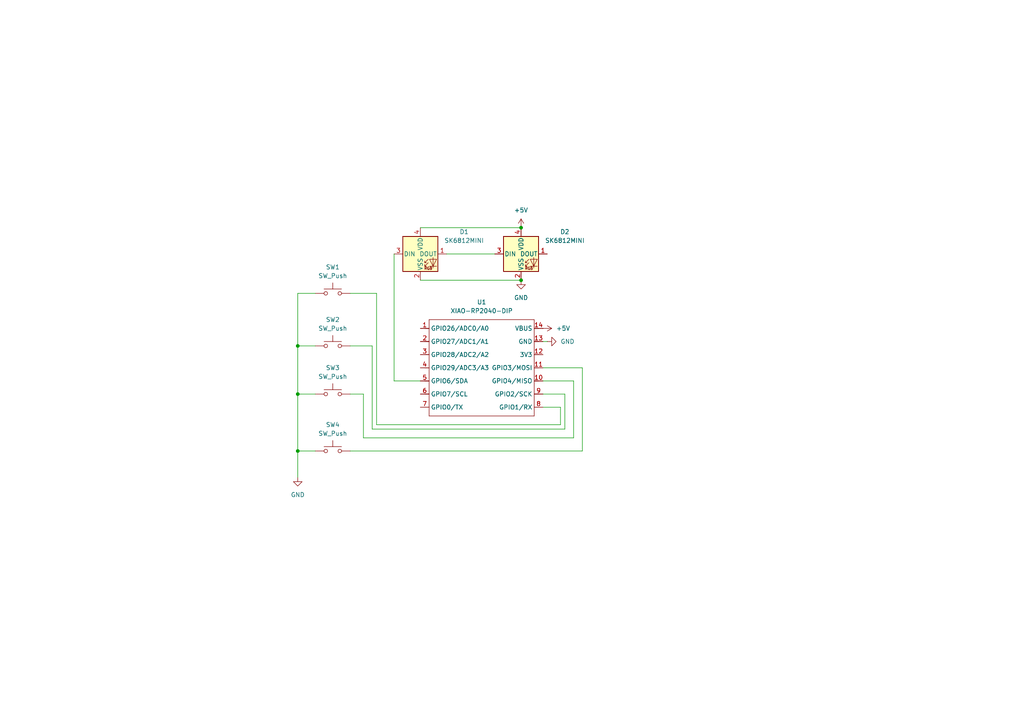
<source format=kicad_sch>
(kicad_sch
	(version 20250114)
	(generator "eeschema")
	(generator_version "9.0")
	(uuid "d8c5a6a5-0c1b-4557-ab5a-60de0dfdf830")
	(paper "A4")
	(lib_symbols
		(symbol "LED:SK6812MINI"
			(pin_names
				(offset 0.254)
			)
			(exclude_from_sim no)
			(in_bom yes)
			(on_board yes)
			(property "Reference" "D"
				(at 5.08 5.715 0)
				(effects
					(font
						(size 1.27 1.27)
					)
					(justify right bottom)
				)
			)
			(property "Value" "SK6812MINI"
				(at 1.27 -5.715 0)
				(effects
					(font
						(size 1.27 1.27)
					)
					(justify left top)
				)
			)
			(property "Footprint" "LED_SMD:LED_SK6812MINI_PLCC4_3.5x3.5mm_P1.75mm"
				(at 1.27 -7.62 0)
				(effects
					(font
						(size 1.27 1.27)
					)
					(justify left top)
					(hide yes)
				)
			)
			(property "Datasheet" "https://cdn-shop.adafruit.com/product-files/2686/SK6812MINI_REV.01-1-2.pdf"
				(at 2.54 -9.525 0)
				(effects
					(font
						(size 1.27 1.27)
					)
					(justify left top)
					(hide yes)
				)
			)
			(property "Description" "RGB LED with integrated controller"
				(at 0 0 0)
				(effects
					(font
						(size 1.27 1.27)
					)
					(hide yes)
				)
			)
			(property "ki_keywords" "RGB LED NeoPixel Mini addressable"
				(at 0 0 0)
				(effects
					(font
						(size 1.27 1.27)
					)
					(hide yes)
				)
			)
			(property "ki_fp_filters" "LED*SK6812MINI*PLCC*3.5x3.5mm*P1.75mm*"
				(at 0 0 0)
				(effects
					(font
						(size 1.27 1.27)
					)
					(hide yes)
				)
			)
			(symbol "SK6812MINI_0_0"
				(text "RGB"
					(at 2.286 -4.191 0)
					(effects
						(font
							(size 0.762 0.762)
						)
					)
				)
			)
			(symbol "SK6812MINI_0_1"
				(polyline
					(pts
						(xy 1.27 -2.54) (xy 1.778 -2.54)
					)
					(stroke
						(width 0)
						(type default)
					)
					(fill
						(type none)
					)
				)
				(polyline
					(pts
						(xy 1.27 -3.556) (xy 1.778 -3.556)
					)
					(stroke
						(width 0)
						(type default)
					)
					(fill
						(type none)
					)
				)
				(polyline
					(pts
						(xy 2.286 -1.524) (xy 1.27 -2.54) (xy 1.27 -2.032)
					)
					(stroke
						(width 0)
						(type default)
					)
					(fill
						(type none)
					)
				)
				(polyline
					(pts
						(xy 2.286 -2.54) (xy 1.27 -3.556) (xy 1.27 -3.048)
					)
					(stroke
						(width 0)
						(type default)
					)
					(fill
						(type none)
					)
				)
				(polyline
					(pts
						(xy 3.683 -1.016) (xy 3.683 -3.556) (xy 3.683 -4.064)
					)
					(stroke
						(width 0)
						(type default)
					)
					(fill
						(type none)
					)
				)
				(polyline
					(pts
						(xy 4.699 -1.524) (xy 2.667 -1.524) (xy 3.683 -3.556) (xy 4.699 -1.524)
					)
					(stroke
						(width 0)
						(type default)
					)
					(fill
						(type none)
					)
				)
				(polyline
					(pts
						(xy 4.699 -3.556) (xy 2.667 -3.556)
					)
					(stroke
						(width 0)
						(type default)
					)
					(fill
						(type none)
					)
				)
				(rectangle
					(start 5.08 5.08)
					(end -5.08 -5.08)
					(stroke
						(width 0.254)
						(type default)
					)
					(fill
						(type background)
					)
				)
			)
			(symbol "SK6812MINI_1_1"
				(pin input line
					(at -7.62 0 0)
					(length 2.54)
					(name "DIN"
						(effects
							(font
								(size 1.27 1.27)
							)
						)
					)
					(number "3"
						(effects
							(font
								(size 1.27 1.27)
							)
						)
					)
				)
				(pin power_in line
					(at 0 7.62 270)
					(length 2.54)
					(name "VDD"
						(effects
							(font
								(size 1.27 1.27)
							)
						)
					)
					(number "4"
						(effects
							(font
								(size 1.27 1.27)
							)
						)
					)
				)
				(pin power_in line
					(at 0 -7.62 90)
					(length 2.54)
					(name "VSS"
						(effects
							(font
								(size 1.27 1.27)
							)
						)
					)
					(number "2"
						(effects
							(font
								(size 1.27 1.27)
							)
						)
					)
				)
				(pin output line
					(at 7.62 0 180)
					(length 2.54)
					(name "DOUT"
						(effects
							(font
								(size 1.27 1.27)
							)
						)
					)
					(number "1"
						(effects
							(font
								(size 1.27 1.27)
							)
						)
					)
				)
			)
			(embedded_fonts no)
		)
		(symbol "OPL:XIAO-RP2040-DIP"
			(exclude_from_sim no)
			(in_bom yes)
			(on_board yes)
			(property "Reference" "U"
				(at 0 0 0)
				(effects
					(font
						(size 1.27 1.27)
					)
				)
			)
			(property "Value" "XIAO-RP2040-DIP"
				(at 5.334 -1.778 0)
				(effects
					(font
						(size 1.27 1.27)
					)
				)
			)
			(property "Footprint" "Module:MOUDLE14P-XIAO-DIP-SMD"
				(at 14.478 -32.258 0)
				(effects
					(font
						(size 1.27 1.27)
					)
					(hide yes)
				)
			)
			(property "Datasheet" ""
				(at 0 0 0)
				(effects
					(font
						(size 1.27 1.27)
					)
					(hide yes)
				)
			)
			(property "Description" ""
				(at 0 0 0)
				(effects
					(font
						(size 1.27 1.27)
					)
					(hide yes)
				)
			)
			(symbol "XIAO-RP2040-DIP_1_0"
				(polyline
					(pts
						(xy -1.27 -2.54) (xy 29.21 -2.54)
					)
					(stroke
						(width 0.1524)
						(type solid)
					)
					(fill
						(type none)
					)
				)
				(polyline
					(pts
						(xy -1.27 -5.08) (xy -2.54 -5.08)
					)
					(stroke
						(width 0.1524)
						(type solid)
					)
					(fill
						(type none)
					)
				)
				(polyline
					(pts
						(xy -1.27 -5.08) (xy -1.27 -2.54)
					)
					(stroke
						(width 0.1524)
						(type solid)
					)
					(fill
						(type none)
					)
				)
				(polyline
					(pts
						(xy -1.27 -8.89) (xy -2.54 -8.89)
					)
					(stroke
						(width 0.1524)
						(type solid)
					)
					(fill
						(type none)
					)
				)
				(polyline
					(pts
						(xy -1.27 -8.89) (xy -1.27 -5.08)
					)
					(stroke
						(width 0.1524)
						(type solid)
					)
					(fill
						(type none)
					)
				)
				(polyline
					(pts
						(xy -1.27 -12.7) (xy -2.54 -12.7)
					)
					(stroke
						(width 0.1524)
						(type solid)
					)
					(fill
						(type none)
					)
				)
				(polyline
					(pts
						(xy -1.27 -12.7) (xy -1.27 -8.89)
					)
					(stroke
						(width 0.1524)
						(type solid)
					)
					(fill
						(type none)
					)
				)
				(polyline
					(pts
						(xy -1.27 -16.51) (xy -2.54 -16.51)
					)
					(stroke
						(width 0.1524)
						(type solid)
					)
					(fill
						(type none)
					)
				)
				(polyline
					(pts
						(xy -1.27 -16.51) (xy -1.27 -12.7)
					)
					(stroke
						(width 0.1524)
						(type solid)
					)
					(fill
						(type none)
					)
				)
				(polyline
					(pts
						(xy -1.27 -20.32) (xy -2.54 -20.32)
					)
					(stroke
						(width 0.1524)
						(type solid)
					)
					(fill
						(type none)
					)
				)
				(polyline
					(pts
						(xy -1.27 -24.13) (xy -2.54 -24.13)
					)
					(stroke
						(width 0.1524)
						(type solid)
					)
					(fill
						(type none)
					)
				)
				(polyline
					(pts
						(xy -1.27 -27.94) (xy -2.54 -27.94)
					)
					(stroke
						(width 0.1524)
						(type solid)
					)
					(fill
						(type none)
					)
				)
				(polyline
					(pts
						(xy -1.27 -30.48) (xy -1.27 -16.51)
					)
					(stroke
						(width 0.1524)
						(type solid)
					)
					(fill
						(type none)
					)
				)
				(polyline
					(pts
						(xy 29.21 -2.54) (xy 29.21 -5.08)
					)
					(stroke
						(width 0.1524)
						(type solid)
					)
					(fill
						(type none)
					)
				)
				(polyline
					(pts
						(xy 29.21 -5.08) (xy 29.21 -8.89)
					)
					(stroke
						(width 0.1524)
						(type solid)
					)
					(fill
						(type none)
					)
				)
				(polyline
					(pts
						(xy 29.21 -8.89) (xy 29.21 -12.7)
					)
					(stroke
						(width 0.1524)
						(type solid)
					)
					(fill
						(type none)
					)
				)
				(polyline
					(pts
						(xy 29.21 -12.7) (xy 29.21 -30.48)
					)
					(stroke
						(width 0.1524)
						(type solid)
					)
					(fill
						(type none)
					)
				)
				(polyline
					(pts
						(xy 29.21 -30.48) (xy -1.27 -30.48)
					)
					(stroke
						(width 0.1524)
						(type solid)
					)
					(fill
						(type none)
					)
				)
				(polyline
					(pts
						(xy 30.48 -5.08) (xy 29.21 -5.08)
					)
					(stroke
						(width 0.1524)
						(type solid)
					)
					(fill
						(type none)
					)
				)
				(polyline
					(pts
						(xy 30.48 -8.89) (xy 29.21 -8.89)
					)
					(stroke
						(width 0.1524)
						(type solid)
					)
					(fill
						(type none)
					)
				)
				(polyline
					(pts
						(xy 30.48 -12.7) (xy 29.21 -12.7)
					)
					(stroke
						(width 0.1524)
						(type solid)
					)
					(fill
						(type none)
					)
				)
				(polyline
					(pts
						(xy 30.48 -16.51) (xy 29.21 -16.51)
					)
					(stroke
						(width 0.1524)
						(type solid)
					)
					(fill
						(type none)
					)
				)
				(polyline
					(pts
						(xy 30.48 -20.32) (xy 29.21 -20.32)
					)
					(stroke
						(width 0.1524)
						(type solid)
					)
					(fill
						(type none)
					)
				)
				(polyline
					(pts
						(xy 30.48 -24.13) (xy 29.21 -24.13)
					)
					(stroke
						(width 0.1524)
						(type solid)
					)
					(fill
						(type none)
					)
				)
				(polyline
					(pts
						(xy 30.48 -27.94) (xy 29.21 -27.94)
					)
					(stroke
						(width 0.1524)
						(type solid)
					)
					(fill
						(type none)
					)
				)
				(pin passive line
					(at -3.81 -5.08 0)
					(length 2.54)
					(name "GPIO26/ADC0/A0"
						(effects
							(font
								(size 1.27 1.27)
							)
						)
					)
					(number "1"
						(effects
							(font
								(size 1.27 1.27)
							)
						)
					)
				)
				(pin passive line
					(at -3.81 -8.89 0)
					(length 2.54)
					(name "GPIO27/ADC1/A1"
						(effects
							(font
								(size 1.27 1.27)
							)
						)
					)
					(number "2"
						(effects
							(font
								(size 1.27 1.27)
							)
						)
					)
				)
				(pin passive line
					(at -3.81 -12.7 0)
					(length 2.54)
					(name "GPIO28/ADC2/A2"
						(effects
							(font
								(size 1.27 1.27)
							)
						)
					)
					(number "3"
						(effects
							(font
								(size 1.27 1.27)
							)
						)
					)
				)
				(pin passive line
					(at -3.81 -16.51 0)
					(length 2.54)
					(name "GPIO29/ADC3/A3"
						(effects
							(font
								(size 1.27 1.27)
							)
						)
					)
					(number "4"
						(effects
							(font
								(size 1.27 1.27)
							)
						)
					)
				)
				(pin passive line
					(at -3.81 -20.32 0)
					(length 2.54)
					(name "GPIO6/SDA"
						(effects
							(font
								(size 1.27 1.27)
							)
						)
					)
					(number "5"
						(effects
							(font
								(size 1.27 1.27)
							)
						)
					)
				)
				(pin passive line
					(at -3.81 -24.13 0)
					(length 2.54)
					(name "GPIO7/SCL"
						(effects
							(font
								(size 1.27 1.27)
							)
						)
					)
					(number "6"
						(effects
							(font
								(size 1.27 1.27)
							)
						)
					)
				)
				(pin passive line
					(at -3.81 -27.94 0)
					(length 2.54)
					(name "GPIO0/TX"
						(effects
							(font
								(size 1.27 1.27)
							)
						)
					)
					(number "7"
						(effects
							(font
								(size 1.27 1.27)
							)
						)
					)
				)
				(pin passive line
					(at 31.75 -5.08 180)
					(length 2.54)
					(name "VBUS"
						(effects
							(font
								(size 1.27 1.27)
							)
						)
					)
					(number "14"
						(effects
							(font
								(size 1.27 1.27)
							)
						)
					)
				)
				(pin passive line
					(at 31.75 -8.89 180)
					(length 2.54)
					(name "GND"
						(effects
							(font
								(size 1.27 1.27)
							)
						)
					)
					(number "13"
						(effects
							(font
								(size 1.27 1.27)
							)
						)
					)
				)
				(pin passive line
					(at 31.75 -12.7 180)
					(length 2.54)
					(name "3V3"
						(effects
							(font
								(size 1.27 1.27)
							)
						)
					)
					(number "12"
						(effects
							(font
								(size 1.27 1.27)
							)
						)
					)
				)
				(pin passive line
					(at 31.75 -16.51 180)
					(length 2.54)
					(name "GPIO3/MOSI"
						(effects
							(font
								(size 1.27 1.27)
							)
						)
					)
					(number "11"
						(effects
							(font
								(size 1.27 1.27)
							)
						)
					)
				)
				(pin passive line
					(at 31.75 -20.32 180)
					(length 2.54)
					(name "GPIO4/MISO"
						(effects
							(font
								(size 1.27 1.27)
							)
						)
					)
					(number "10"
						(effects
							(font
								(size 1.27 1.27)
							)
						)
					)
				)
				(pin passive line
					(at 31.75 -24.13 180)
					(length 2.54)
					(name "GPIO2/SCK"
						(effects
							(font
								(size 1.27 1.27)
							)
						)
					)
					(number "9"
						(effects
							(font
								(size 1.27 1.27)
							)
						)
					)
				)
				(pin passive line
					(at 31.75 -27.94 180)
					(length 2.54)
					(name "GPIO1/RX"
						(effects
							(font
								(size 1.27 1.27)
							)
						)
					)
					(number "8"
						(effects
							(font
								(size 1.27 1.27)
							)
						)
					)
				)
			)
			(embedded_fonts no)
		)
		(symbol "Switch:SW_Push"
			(pin_numbers
				(hide yes)
			)
			(pin_names
				(offset 1.016)
				(hide yes)
			)
			(exclude_from_sim no)
			(in_bom yes)
			(on_board yes)
			(property "Reference" "SW"
				(at 1.27 2.54 0)
				(effects
					(font
						(size 1.27 1.27)
					)
					(justify left)
				)
			)
			(property "Value" "SW_Push"
				(at 0 -1.524 0)
				(effects
					(font
						(size 1.27 1.27)
					)
				)
			)
			(property "Footprint" ""
				(at 0 5.08 0)
				(effects
					(font
						(size 1.27 1.27)
					)
					(hide yes)
				)
			)
			(property "Datasheet" "~"
				(at 0 5.08 0)
				(effects
					(font
						(size 1.27 1.27)
					)
					(hide yes)
				)
			)
			(property "Description" "Push button switch, generic, two pins"
				(at 0 0 0)
				(effects
					(font
						(size 1.27 1.27)
					)
					(hide yes)
				)
			)
			(property "ki_keywords" "switch normally-open pushbutton push-button"
				(at 0 0 0)
				(effects
					(font
						(size 1.27 1.27)
					)
					(hide yes)
				)
			)
			(symbol "SW_Push_0_1"
				(circle
					(center -2.032 0)
					(radius 0.508)
					(stroke
						(width 0)
						(type default)
					)
					(fill
						(type none)
					)
				)
				(polyline
					(pts
						(xy 0 1.27) (xy 0 3.048)
					)
					(stroke
						(width 0)
						(type default)
					)
					(fill
						(type none)
					)
				)
				(circle
					(center 2.032 0)
					(radius 0.508)
					(stroke
						(width 0)
						(type default)
					)
					(fill
						(type none)
					)
				)
				(polyline
					(pts
						(xy 2.54 1.27) (xy -2.54 1.27)
					)
					(stroke
						(width 0)
						(type default)
					)
					(fill
						(type none)
					)
				)
				(pin passive line
					(at -5.08 0 0)
					(length 2.54)
					(name "1"
						(effects
							(font
								(size 1.27 1.27)
							)
						)
					)
					(number "1"
						(effects
							(font
								(size 1.27 1.27)
							)
						)
					)
				)
				(pin passive line
					(at 5.08 0 180)
					(length 2.54)
					(name "2"
						(effects
							(font
								(size 1.27 1.27)
							)
						)
					)
					(number "2"
						(effects
							(font
								(size 1.27 1.27)
							)
						)
					)
				)
			)
			(embedded_fonts no)
		)
		(symbol "power:+5V"
			(power)
			(pin_numbers
				(hide yes)
			)
			(pin_names
				(offset 0)
				(hide yes)
			)
			(exclude_from_sim no)
			(in_bom yes)
			(on_board yes)
			(property "Reference" "#PWR"
				(at 0 -3.81 0)
				(effects
					(font
						(size 1.27 1.27)
					)
					(hide yes)
				)
			)
			(property "Value" "+5V"
				(at 0 3.556 0)
				(effects
					(font
						(size 1.27 1.27)
					)
				)
			)
			(property "Footprint" ""
				(at 0 0 0)
				(effects
					(font
						(size 1.27 1.27)
					)
					(hide yes)
				)
			)
			(property "Datasheet" ""
				(at 0 0 0)
				(effects
					(font
						(size 1.27 1.27)
					)
					(hide yes)
				)
			)
			(property "Description" "Power symbol creates a global label with name \"+5V\""
				(at 0 0 0)
				(effects
					(font
						(size 1.27 1.27)
					)
					(hide yes)
				)
			)
			(property "ki_keywords" "global power"
				(at 0 0 0)
				(effects
					(font
						(size 1.27 1.27)
					)
					(hide yes)
				)
			)
			(symbol "+5V_0_1"
				(polyline
					(pts
						(xy -0.762 1.27) (xy 0 2.54)
					)
					(stroke
						(width 0)
						(type default)
					)
					(fill
						(type none)
					)
				)
				(polyline
					(pts
						(xy 0 2.54) (xy 0.762 1.27)
					)
					(stroke
						(width 0)
						(type default)
					)
					(fill
						(type none)
					)
				)
				(polyline
					(pts
						(xy 0 0) (xy 0 2.54)
					)
					(stroke
						(width 0)
						(type default)
					)
					(fill
						(type none)
					)
				)
			)
			(symbol "+5V_1_1"
				(pin power_in line
					(at 0 0 90)
					(length 0)
					(name "~"
						(effects
							(font
								(size 1.27 1.27)
							)
						)
					)
					(number "1"
						(effects
							(font
								(size 1.27 1.27)
							)
						)
					)
				)
			)
			(embedded_fonts no)
		)
		(symbol "power:GND"
			(power)
			(pin_numbers
				(hide yes)
			)
			(pin_names
				(offset 0)
				(hide yes)
			)
			(exclude_from_sim no)
			(in_bom yes)
			(on_board yes)
			(property "Reference" "#PWR"
				(at 0 -6.35 0)
				(effects
					(font
						(size 1.27 1.27)
					)
					(hide yes)
				)
			)
			(property "Value" "GND"
				(at 0 -3.81 0)
				(effects
					(font
						(size 1.27 1.27)
					)
				)
			)
			(property "Footprint" ""
				(at 0 0 0)
				(effects
					(font
						(size 1.27 1.27)
					)
					(hide yes)
				)
			)
			(property "Datasheet" ""
				(at 0 0 0)
				(effects
					(font
						(size 1.27 1.27)
					)
					(hide yes)
				)
			)
			(property "Description" "Power symbol creates a global label with name \"GND\" , ground"
				(at 0 0 0)
				(effects
					(font
						(size 1.27 1.27)
					)
					(hide yes)
				)
			)
			(property "ki_keywords" "global power"
				(at 0 0 0)
				(effects
					(font
						(size 1.27 1.27)
					)
					(hide yes)
				)
			)
			(symbol "GND_0_1"
				(polyline
					(pts
						(xy 0 0) (xy 0 -1.27) (xy 1.27 -1.27) (xy 0 -2.54) (xy -1.27 -1.27) (xy 0 -1.27)
					)
					(stroke
						(width 0)
						(type default)
					)
					(fill
						(type none)
					)
				)
			)
			(symbol "GND_1_1"
				(pin power_in line
					(at 0 0 270)
					(length 0)
					(name "~"
						(effects
							(font
								(size 1.27 1.27)
							)
						)
					)
					(number "1"
						(effects
							(font
								(size 1.27 1.27)
							)
						)
					)
				)
			)
			(embedded_fonts no)
		)
	)
	(junction
		(at 86.36 130.81)
		(diameter 0)
		(color 0 0 0 0)
		(uuid "1983c152-a7a1-4452-91cf-7406e9844379")
	)
	(junction
		(at 86.36 114.3)
		(diameter 0)
		(color 0 0 0 0)
		(uuid "5de535c8-7779-4be2-8f75-296fcfa8a8f1")
	)
	(junction
		(at 151.13 81.28)
		(diameter 0)
		(color 0 0 0 0)
		(uuid "8818414b-f210-4459-bfe9-fd161d83d293")
	)
	(junction
		(at 151.13 66.04)
		(diameter 0)
		(color 0 0 0 0)
		(uuid "8d7f771d-b60d-46cb-bca3-d68cd245e534")
	)
	(junction
		(at 86.36 100.33)
		(diameter 0)
		(color 0 0 0 0)
		(uuid "a21ad2f8-dc0f-4ea1-8228-dfc875cfb8a7")
	)
	(wire
		(pts
			(xy 107.95 124.46) (xy 163.83 124.46)
		)
		(stroke
			(width 0)
			(type default)
		)
		(uuid "0874c60e-d670-4914-848d-26e1caae4746")
	)
	(wire
		(pts
			(xy 91.44 130.81) (xy 86.36 130.81)
		)
		(stroke
			(width 0)
			(type default)
		)
		(uuid "1f38849b-06bc-415e-9bba-1a36dd241e1b")
	)
	(wire
		(pts
			(xy 168.91 130.81) (xy 168.91 106.68)
		)
		(stroke
			(width 0)
			(type default)
		)
		(uuid "236672cd-1e32-4a81-89ad-4826fc5d209f")
	)
	(wire
		(pts
			(xy 163.83 124.46) (xy 163.83 114.3)
		)
		(stroke
			(width 0)
			(type default)
		)
		(uuid "2da650e6-474f-42cc-b7fe-fc5878c539fe")
	)
	(wire
		(pts
			(xy 166.37 127) (xy 166.37 110.49)
		)
		(stroke
			(width 0)
			(type default)
		)
		(uuid "308b67ac-0511-4b0f-9378-aa9ffdc46948")
	)
	(wire
		(pts
			(xy 101.6 114.3) (xy 105.41 114.3)
		)
		(stroke
			(width 0)
			(type default)
		)
		(uuid "322a8f5e-4d50-47b5-aa3f-736c328ffa3b")
	)
	(wire
		(pts
			(xy 86.36 130.81) (xy 86.36 138.43)
		)
		(stroke
			(width 0)
			(type default)
		)
		(uuid "33551d09-ccf5-4f23-8955-07f3817a768c")
	)
	(wire
		(pts
			(xy 157.48 118.11) (xy 162.56 118.11)
		)
		(stroke
			(width 0)
			(type default)
		)
		(uuid "366c7f4e-cde5-404d-83a6-72dfaba412a8")
	)
	(wire
		(pts
			(xy 91.44 100.33) (xy 86.36 100.33)
		)
		(stroke
			(width 0)
			(type default)
		)
		(uuid "38d53d72-8943-4687-9fa1-f0248582c245")
	)
	(wire
		(pts
			(xy 121.92 110.49) (xy 114.3 110.49)
		)
		(stroke
			(width 0)
			(type default)
		)
		(uuid "41b139b3-0b76-4ea0-bc4b-251e248ac33f")
	)
	(wire
		(pts
			(xy 163.83 114.3) (xy 157.48 114.3)
		)
		(stroke
			(width 0)
			(type default)
		)
		(uuid "4bcda9f0-cb71-416d-880f-9966fe751ff1")
	)
	(wire
		(pts
			(xy 162.56 123.19) (xy 109.22 123.19)
		)
		(stroke
			(width 0)
			(type default)
		)
		(uuid "5b267b34-1a48-421f-a97d-0047502cbc6e")
	)
	(wire
		(pts
			(xy 91.44 85.09) (xy 86.36 85.09)
		)
		(stroke
			(width 0)
			(type default)
		)
		(uuid "5b44744d-470c-4547-b5bd-7437e6d96a01")
	)
	(wire
		(pts
			(xy 166.37 110.49) (xy 157.48 110.49)
		)
		(stroke
			(width 0)
			(type default)
		)
		(uuid "6763920b-69ca-4562-af0a-99a38b9da6c9")
	)
	(wire
		(pts
			(xy 157.48 106.68) (xy 168.91 106.68)
		)
		(stroke
			(width 0)
			(type default)
		)
		(uuid "721c9f94-a86c-4885-a638-1c38893b229d")
	)
	(wire
		(pts
			(xy 129.54 73.66) (xy 143.51 73.66)
		)
		(stroke
			(width 0)
			(type default)
		)
		(uuid "8061c9a0-e314-423f-beed-aeab4b19abb9")
	)
	(wire
		(pts
			(xy 162.56 118.11) (xy 162.56 123.19)
		)
		(stroke
			(width 0)
			(type default)
		)
		(uuid "85e2127d-bd47-4f3e-8e16-d85d09be892c")
	)
	(wire
		(pts
			(xy 101.6 130.81) (xy 168.91 130.81)
		)
		(stroke
			(width 0)
			(type default)
		)
		(uuid "95125b13-a9e3-4a37-9f07-e64f46a0c4e8")
	)
	(wire
		(pts
			(xy 91.44 114.3) (xy 86.36 114.3)
		)
		(stroke
			(width 0)
			(type default)
		)
		(uuid "980b3da5-9be8-49bc-8285-c71199eeefcc")
	)
	(wire
		(pts
			(xy 109.22 123.19) (xy 109.22 85.09)
		)
		(stroke
			(width 0)
			(type default)
		)
		(uuid "9fdc6a2f-e8fc-46ca-be20-da0f2c7c6534")
	)
	(wire
		(pts
			(xy 101.6 100.33) (xy 107.95 100.33)
		)
		(stroke
			(width 0)
			(type default)
		)
		(uuid "a3e7e831-484d-41f3-9c04-d3c5b863a676")
	)
	(wire
		(pts
			(xy 105.41 114.3) (xy 105.41 127)
		)
		(stroke
			(width 0)
			(type default)
		)
		(uuid "ac2e19c1-4445-4da0-be20-1943bd1baad4")
	)
	(wire
		(pts
			(xy 86.36 100.33) (xy 86.36 114.3)
		)
		(stroke
			(width 0)
			(type default)
		)
		(uuid "b2de7f24-25fb-459e-a1b0-8bcf7812ebbe")
	)
	(wire
		(pts
			(xy 114.3 110.49) (xy 114.3 73.66)
		)
		(stroke
			(width 0)
			(type default)
		)
		(uuid "bae61c04-37e2-4bce-9b94-b374d8dafc80")
	)
	(wire
		(pts
			(xy 86.36 114.3) (xy 86.36 130.81)
		)
		(stroke
			(width 0)
			(type default)
		)
		(uuid "bf420cf6-df84-45c8-b3c5-3150024a6c2a")
	)
	(wire
		(pts
			(xy 121.92 81.28) (xy 151.13 81.28)
		)
		(stroke
			(width 0)
			(type default)
		)
		(uuid "bf9f3d9a-8d0a-4926-83ba-725dbc5803f7")
	)
	(wire
		(pts
			(xy 86.36 85.09) (xy 86.36 100.33)
		)
		(stroke
			(width 0)
			(type default)
		)
		(uuid "c28bea08-bab0-410d-8d1c-bb18563b2f23")
	)
	(wire
		(pts
			(xy 109.22 85.09) (xy 101.6 85.09)
		)
		(stroke
			(width 0)
			(type default)
		)
		(uuid "ee3d2584-788d-4050-b636-b2120f087f6a")
	)
	(wire
		(pts
			(xy 121.92 66.04) (xy 151.13 66.04)
		)
		(stroke
			(width 0)
			(type default)
		)
		(uuid "f2a60cc6-772f-4846-84cd-96e587ef29ba")
	)
	(wire
		(pts
			(xy 158.75 99.06) (xy 157.48 99.06)
		)
		(stroke
			(width 0)
			(type default)
		)
		(uuid "f2cb32e6-21d9-4d7f-bfd3-ecf4a6f68a18")
	)
	(wire
		(pts
			(xy 107.95 100.33) (xy 107.95 124.46)
		)
		(stroke
			(width 0)
			(type default)
		)
		(uuid "f9c8ccb7-3f36-4ec3-a9a9-dbe14e6009a0")
	)
	(wire
		(pts
			(xy 105.41 127) (xy 166.37 127)
		)
		(stroke
			(width 0)
			(type default)
		)
		(uuid "fb928568-5415-4d78-994c-5eb49f756d34")
	)
	(symbol
		(lib_id "Switch:SW_Push")
		(at 96.52 130.81 0)
		(unit 1)
		(exclude_from_sim no)
		(in_bom yes)
		(on_board yes)
		(dnp no)
		(fields_autoplaced yes)
		(uuid "0412e94b-14cf-4b4e-8fd4-ba4cac9e4f51")
		(property "Reference" "SW4"
			(at 96.52 123.19 0)
			(effects
				(font
					(size 1.27 1.27)
				)
			)
		)
		(property "Value" "SW_Push"
			(at 96.52 125.73 0)
			(effects
				(font
					(size 1.27 1.27)
				)
			)
		)
		(property "Footprint" "Button_Switch_Keyboard:SW_Cherry_MX_1.00u_PCB"
			(at 96.52 125.73 0)
			(effects
				(font
					(size 1.27 1.27)
				)
				(hide yes)
			)
		)
		(property "Datasheet" "~"
			(at 96.52 125.73 0)
			(effects
				(font
					(size 1.27 1.27)
				)
				(hide yes)
			)
		)
		(property "Description" "Push button switch, generic, two pins"
			(at 96.52 130.81 0)
			(effects
				(font
					(size 1.27 1.27)
				)
				(hide yes)
			)
		)
		(pin "1"
			(uuid "74cf2e7f-8d0d-492d-bc7c-88009ef2993f")
		)
		(pin "2"
			(uuid "c67d1620-d5fd-484a-91da-e8d4afe40744")
		)
		(instances
			(project ""
				(path "/d8c5a6a5-0c1b-4557-ab5a-60de0dfdf830"
					(reference "SW4")
					(unit 1)
				)
			)
		)
	)
	(symbol
		(lib_id "power:GND")
		(at 158.75 99.06 90)
		(unit 1)
		(exclude_from_sim no)
		(in_bom yes)
		(on_board yes)
		(dnp no)
		(fields_autoplaced yes)
		(uuid "0a6b5181-6353-4cf1-ab60-573805059c9d")
		(property "Reference" "#PWR01"
			(at 165.1 99.06 0)
			(effects
				(font
					(size 1.27 1.27)
				)
				(hide yes)
			)
		)
		(property "Value" "GND"
			(at 162.56 99.0599 90)
			(effects
				(font
					(size 1.27 1.27)
				)
				(justify right)
			)
		)
		(property "Footprint" ""
			(at 158.75 99.06 0)
			(effects
				(font
					(size 1.27 1.27)
				)
				(hide yes)
			)
		)
		(property "Datasheet" ""
			(at 158.75 99.06 0)
			(effects
				(font
					(size 1.27 1.27)
				)
				(hide yes)
			)
		)
		(property "Description" "Power symbol creates a global label with name \"GND\" , ground"
			(at 158.75 99.06 0)
			(effects
				(font
					(size 1.27 1.27)
				)
				(hide yes)
			)
		)
		(pin "1"
			(uuid "df0a5c73-5ae3-4b3e-9faf-197ad9135158")
		)
		(instances
			(project ""
				(path "/d8c5a6a5-0c1b-4557-ab5a-60de0dfdf830"
					(reference "#PWR01")
					(unit 1)
				)
			)
		)
	)
	(symbol
		(lib_id "Switch:SW_Push")
		(at 96.52 85.09 0)
		(unit 1)
		(exclude_from_sim no)
		(in_bom yes)
		(on_board yes)
		(dnp no)
		(fields_autoplaced yes)
		(uuid "1f1a2581-6f0c-4a0c-ab0a-c8a67aa21fdb")
		(property "Reference" "SW1"
			(at 96.52 77.47 0)
			(effects
				(font
					(size 1.27 1.27)
				)
			)
		)
		(property "Value" "SW_Push"
			(at 96.52 80.01 0)
			(effects
				(font
					(size 1.27 1.27)
				)
			)
		)
		(property "Footprint" "Button_Switch_Keyboard:SW_Cherry_MX_1.00u_PCB"
			(at 96.52 80.01 0)
			(effects
				(font
					(size 1.27 1.27)
				)
				(hide yes)
			)
		)
		(property "Datasheet" "~"
			(at 96.52 80.01 0)
			(effects
				(font
					(size 1.27 1.27)
				)
				(hide yes)
			)
		)
		(property "Description" "Push button switch, generic, two pins"
			(at 96.52 85.09 0)
			(effects
				(font
					(size 1.27 1.27)
				)
				(hide yes)
			)
		)
		(pin "2"
			(uuid "2f10a4f9-cc0d-4524-9741-aae3c88fbfc5")
		)
		(pin "1"
			(uuid "4b064f4c-f8c4-40dd-ae98-c4995fd5acb5")
		)
		(instances
			(project ""
				(path "/d8c5a6a5-0c1b-4557-ab5a-60de0dfdf830"
					(reference "SW1")
					(unit 1)
				)
			)
		)
	)
	(symbol
		(lib_id "power:+5V")
		(at 151.13 66.04 0)
		(unit 1)
		(exclude_from_sim no)
		(in_bom yes)
		(on_board yes)
		(dnp no)
		(fields_autoplaced yes)
		(uuid "20a31d61-f3eb-4b48-bdac-109c3e2676a5")
		(property "Reference" "#PWR04"
			(at 151.13 69.85 0)
			(effects
				(font
					(size 1.27 1.27)
				)
				(hide yes)
			)
		)
		(property "Value" "+5V"
			(at 151.13 60.96 0)
			(effects
				(font
					(size 1.27 1.27)
				)
			)
		)
		(property "Footprint" ""
			(at 151.13 66.04 0)
			(effects
				(font
					(size 1.27 1.27)
				)
				(hide yes)
			)
		)
		(property "Datasheet" ""
			(at 151.13 66.04 0)
			(effects
				(font
					(size 1.27 1.27)
				)
				(hide yes)
			)
		)
		(property "Description" "Power symbol creates a global label with name \"+5V\""
			(at 151.13 66.04 0)
			(effects
				(font
					(size 1.27 1.27)
				)
				(hide yes)
			)
		)
		(pin "1"
			(uuid "6e524cff-bd09-43ad-b009-662f28fc078a")
		)
		(instances
			(project ""
				(path "/d8c5a6a5-0c1b-4557-ab5a-60de0dfdf830"
					(reference "#PWR04")
					(unit 1)
				)
			)
		)
	)
	(symbol
		(lib_id "power:GND")
		(at 151.13 81.28 0)
		(unit 1)
		(exclude_from_sim no)
		(in_bom yes)
		(on_board yes)
		(dnp no)
		(fields_autoplaced yes)
		(uuid "4ce06133-71a6-48dc-9b92-2ae2c27f075b")
		(property "Reference" "#PWR03"
			(at 151.13 87.63 0)
			(effects
				(font
					(size 1.27 1.27)
				)
				(hide yes)
			)
		)
		(property "Value" "GND"
			(at 151.13 86.36 0)
			(effects
				(font
					(size 1.27 1.27)
				)
			)
		)
		(property "Footprint" ""
			(at 151.13 81.28 0)
			(effects
				(font
					(size 1.27 1.27)
				)
				(hide yes)
			)
		)
		(property "Datasheet" ""
			(at 151.13 81.28 0)
			(effects
				(font
					(size 1.27 1.27)
				)
				(hide yes)
			)
		)
		(property "Description" "Power symbol creates a global label with name \"GND\" , ground"
			(at 151.13 81.28 0)
			(effects
				(font
					(size 1.27 1.27)
				)
				(hide yes)
			)
		)
		(pin "1"
			(uuid "292c2247-af32-4fb4-b07c-ce961d40977e")
		)
		(instances
			(project ""
				(path "/d8c5a6a5-0c1b-4557-ab5a-60de0dfdf830"
					(reference "#PWR03")
					(unit 1)
				)
			)
		)
	)
	(symbol
		(lib_id "power:GND")
		(at 86.36 138.43 0)
		(unit 1)
		(exclude_from_sim no)
		(in_bom yes)
		(on_board yes)
		(dnp no)
		(fields_autoplaced yes)
		(uuid "564789d2-eb4b-4df7-abb1-dee21db93f8d")
		(property "Reference" "#PWR02"
			(at 86.36 144.78 0)
			(effects
				(font
					(size 1.27 1.27)
				)
				(hide yes)
			)
		)
		(property "Value" "GND"
			(at 86.36 143.51 0)
			(effects
				(font
					(size 1.27 1.27)
				)
			)
		)
		(property "Footprint" ""
			(at 86.36 138.43 0)
			(effects
				(font
					(size 1.27 1.27)
				)
				(hide yes)
			)
		)
		(property "Datasheet" ""
			(at 86.36 138.43 0)
			(effects
				(font
					(size 1.27 1.27)
				)
				(hide yes)
			)
		)
		(property "Description" "Power symbol creates a global label with name \"GND\" , ground"
			(at 86.36 138.43 0)
			(effects
				(font
					(size 1.27 1.27)
				)
				(hide yes)
			)
		)
		(pin "1"
			(uuid "588b394d-d75c-44f7-8fee-52a5c014f39a")
		)
		(instances
			(project ""
				(path "/d8c5a6a5-0c1b-4557-ab5a-60de0dfdf830"
					(reference "#PWR02")
					(unit 1)
				)
			)
		)
	)
	(symbol
		(lib_id "OPL:XIAO-RP2040-DIP")
		(at 125.73 90.17 0)
		(unit 1)
		(exclude_from_sim no)
		(in_bom yes)
		(on_board yes)
		(dnp no)
		(fields_autoplaced yes)
		(uuid "5d1508c3-44ba-4438-8482-0c480d7c59a7")
		(property "Reference" "U1"
			(at 139.7 87.63 0)
			(effects
				(font
					(size 1.27 1.27)
				)
			)
		)
		(property "Value" "XIAO-RP2040-DIP"
			(at 139.7 90.17 0)
			(effects
				(font
					(size 1.27 1.27)
				)
			)
		)
		(property "Footprint" "OPL:XIAO-RP2040-DIP"
			(at 140.208 122.428 0)
			(effects
				(font
					(size 1.27 1.27)
				)
				(hide yes)
			)
		)
		(property "Datasheet" ""
			(at 125.73 90.17 0)
			(effects
				(font
					(size 1.27 1.27)
				)
				(hide yes)
			)
		)
		(property "Description" ""
			(at 125.73 90.17 0)
			(effects
				(font
					(size 1.27 1.27)
				)
				(hide yes)
			)
		)
		(pin "2"
			(uuid "abed2939-e7ab-47f0-9497-579e83876395")
		)
		(pin "1"
			(uuid "1c662eb6-346c-4953-9cf3-40f21e2f9173")
		)
		(pin "11"
			(uuid "1d64c7dd-caf9-45f8-a276-a7ccd924ecd0")
		)
		(pin "6"
			(uuid "89a1d677-15ec-4189-96ed-30fac89114d5")
		)
		(pin "9"
			(uuid "a1e1dd61-88f5-4fad-a04e-33da6d6fdee0")
		)
		(pin "13"
			(uuid "c0054f93-29b0-400d-ac2a-27b1ee38ab27")
		)
		(pin "4"
			(uuid "76e48db3-3758-4a9f-8a4e-c4884a8d4d9e")
		)
		(pin "3"
			(uuid "453d73e7-a153-4638-8f72-51ebc38c10a4")
		)
		(pin "7"
			(uuid "64d2c492-c9a6-420a-a7f9-9e8995db2eed")
		)
		(pin "14"
			(uuid "1f6ddf0c-8dd8-4f0a-b2f5-eea403056c96")
		)
		(pin "12"
			(uuid "ded482e8-c850-4f21-93b8-ebd88abf5f43")
		)
		(pin "10"
			(uuid "4936c48a-d5ac-4b4f-9779-851dc77b44a7")
		)
		(pin "5"
			(uuid "9530c189-4dc8-4b74-a441-cae2a02e0a7c")
		)
		(pin "8"
			(uuid "a68c79f2-38e7-4036-a232-9de7a9a6aba9")
		)
		(instances
			(project ""
				(path "/d8c5a6a5-0c1b-4557-ab5a-60de0dfdf830"
					(reference "U1")
					(unit 1)
				)
			)
		)
	)
	(symbol
		(lib_id "LED:SK6812MINI")
		(at 151.13 73.66 0)
		(unit 1)
		(exclude_from_sim no)
		(in_bom yes)
		(on_board yes)
		(dnp no)
		(fields_autoplaced yes)
		(uuid "6d51d861-82ff-4a76-8654-74f836622dfe")
		(property "Reference" "D2"
			(at 163.83 67.2398 0)
			(effects
				(font
					(size 1.27 1.27)
				)
			)
		)
		(property "Value" "SK6812MINI"
			(at 163.83 69.7798 0)
			(effects
				(font
					(size 1.27 1.27)
				)
			)
		)
		(property "Footprint" "LED_SMD:LED_SK6812MINI_PLCC4_3.5x3.5mm_P1.75mm"
			(at 152.4 81.28 0)
			(effects
				(font
					(size 1.27 1.27)
				)
				(justify left top)
				(hide yes)
			)
		)
		(property "Datasheet" "https://cdn-shop.adafruit.com/product-files/2686/SK6812MINI_REV.01-1-2.pdf"
			(at 153.67 83.185 0)
			(effects
				(font
					(size 1.27 1.27)
				)
				(justify left top)
				(hide yes)
			)
		)
		(property "Description" "RGB LED with integrated controller"
			(at 151.13 73.66 0)
			(effects
				(font
					(size 1.27 1.27)
				)
				(hide yes)
			)
		)
		(pin "4"
			(uuid "b6a59578-25d9-44fe-91dc-224bc530c4e6")
		)
		(pin "3"
			(uuid "7ee32cb3-2598-4405-9c16-cdef378f35b9")
		)
		(pin "1"
			(uuid "7a3ceab6-178b-4194-80d3-485c6b3b54d6")
		)
		(pin "2"
			(uuid "d4ff8a10-2785-4b56-bc83-4069435ba7c0")
		)
		(instances
			(project ""
				(path "/d8c5a6a5-0c1b-4557-ab5a-60de0dfdf830"
					(reference "D2")
					(unit 1)
				)
			)
		)
	)
	(symbol
		(lib_id "LED:SK6812MINI")
		(at 121.92 73.66 0)
		(unit 1)
		(exclude_from_sim no)
		(in_bom yes)
		(on_board yes)
		(dnp no)
		(fields_autoplaced yes)
		(uuid "7ad4ebdf-e90a-4eba-9095-1ae039ab8eb7")
		(property "Reference" "D1"
			(at 134.62 67.2398 0)
			(effects
				(font
					(size 1.27 1.27)
				)
			)
		)
		(property "Value" "SK6812MINI"
			(at 134.62 69.7798 0)
			(effects
				(font
					(size 1.27 1.27)
				)
			)
		)
		(property "Footprint" "LED_SMD:LED_SK6812MINI_PLCC4_3.5x3.5mm_P1.75mm"
			(at 123.19 81.28 0)
			(effects
				(font
					(size 1.27 1.27)
				)
				(justify left top)
				(hide yes)
			)
		)
		(property "Datasheet" "https://cdn-shop.adafruit.com/product-files/2686/SK6812MINI_REV.01-1-2.pdf"
			(at 124.46 83.185 0)
			(effects
				(font
					(size 1.27 1.27)
				)
				(justify left top)
				(hide yes)
			)
		)
		(property "Description" "RGB LED with integrated controller"
			(at 121.92 73.66 0)
			(effects
				(font
					(size 1.27 1.27)
				)
				(hide yes)
			)
		)
		(pin "4"
			(uuid "0645e5db-a53f-485d-9148-dd607ab176ac")
		)
		(pin "3"
			(uuid "a478aa5d-95b0-43be-8512-03c67daa8bb0")
		)
		(pin "2"
			(uuid "8abba7a1-3744-4f4c-8bdf-938578929332")
		)
		(pin "1"
			(uuid "4aaf70f2-07e7-4526-a6d5-856da39d5a4d")
		)
		(instances
			(project ""
				(path "/d8c5a6a5-0c1b-4557-ab5a-60de0dfdf830"
					(reference "D1")
					(unit 1)
				)
			)
		)
	)
	(symbol
		(lib_id "Switch:SW_Push")
		(at 96.52 114.3 0)
		(unit 1)
		(exclude_from_sim no)
		(in_bom yes)
		(on_board yes)
		(dnp no)
		(fields_autoplaced yes)
		(uuid "ab27fff7-8ca6-4f79-b497-d7cc79e7e931")
		(property "Reference" "SW3"
			(at 96.52 106.68 0)
			(effects
				(font
					(size 1.27 1.27)
				)
			)
		)
		(property "Value" "SW_Push"
			(at 96.52 109.22 0)
			(effects
				(font
					(size 1.27 1.27)
				)
			)
		)
		(property "Footprint" "Button_Switch_Keyboard:SW_Cherry_MX_1.00u_PCB"
			(at 96.52 109.22 0)
			(effects
				(font
					(size 1.27 1.27)
				)
				(hide yes)
			)
		)
		(property "Datasheet" "~"
			(at 96.52 109.22 0)
			(effects
				(font
					(size 1.27 1.27)
				)
				(hide yes)
			)
		)
		(property "Description" "Push button switch, generic, two pins"
			(at 96.52 114.3 0)
			(effects
				(font
					(size 1.27 1.27)
				)
				(hide yes)
			)
		)
		(pin "1"
			(uuid "a54f4ac3-32b0-4744-b8a0-2c68f6304373")
		)
		(pin "2"
			(uuid "a4c25322-cbbc-44f9-8090-d798595d7d09")
		)
		(instances
			(project ""
				(path "/d8c5a6a5-0c1b-4557-ab5a-60de0dfdf830"
					(reference "SW3")
					(unit 1)
				)
			)
		)
	)
	(symbol
		(lib_id "Switch:SW_Push")
		(at 96.52 100.33 0)
		(unit 1)
		(exclude_from_sim no)
		(in_bom yes)
		(on_board yes)
		(dnp no)
		(fields_autoplaced yes)
		(uuid "af5aa2cb-30f8-4a42-9c93-ea0648c0e23c")
		(property "Reference" "SW2"
			(at 96.52 92.71 0)
			(effects
				(font
					(size 1.27 1.27)
				)
			)
		)
		(property "Value" "SW_Push"
			(at 96.52 95.25 0)
			(effects
				(font
					(size 1.27 1.27)
				)
			)
		)
		(property "Footprint" "Button_Switch_Keyboard:SW_Cherry_MX_1.00u_PCB"
			(at 96.52 95.25 0)
			(effects
				(font
					(size 1.27 1.27)
				)
				(hide yes)
			)
		)
		(property "Datasheet" "~"
			(at 96.52 95.25 0)
			(effects
				(font
					(size 1.27 1.27)
				)
				(hide yes)
			)
		)
		(property "Description" "Push button switch, generic, two pins"
			(at 96.52 100.33 0)
			(effects
				(font
					(size 1.27 1.27)
				)
				(hide yes)
			)
		)
		(pin "1"
			(uuid "13cb3f6c-faeb-4176-b2db-87dd02432875")
		)
		(pin "2"
			(uuid "98d4dc9d-759d-4f90-9bd5-1317883c4d31")
		)
		(instances
			(project ""
				(path "/d8c5a6a5-0c1b-4557-ab5a-60de0dfdf830"
					(reference "SW2")
					(unit 1)
				)
			)
		)
	)
	(symbol
		(lib_id "power:+5V")
		(at 157.48 95.25 270)
		(unit 1)
		(exclude_from_sim no)
		(in_bom yes)
		(on_board yes)
		(dnp no)
		(fields_autoplaced yes)
		(uuid "e2eef28e-6895-43e9-99f3-30c205aa24d9")
		(property "Reference" "#PWR05"
			(at 153.67 95.25 0)
			(effects
				(font
					(size 1.27 1.27)
				)
				(hide yes)
			)
		)
		(property "Value" "+5V"
			(at 161.29 95.2499 90)
			(effects
				(font
					(size 1.27 1.27)
				)
				(justify left)
			)
		)
		(property "Footprint" ""
			(at 157.48 95.25 0)
			(effects
				(font
					(size 1.27 1.27)
				)
				(hide yes)
			)
		)
		(property "Datasheet" ""
			(at 157.48 95.25 0)
			(effects
				(font
					(size 1.27 1.27)
				)
				(hide yes)
			)
		)
		(property "Description" "Power symbol creates a global label with name \"+5V\""
			(at 157.48 95.25 0)
			(effects
				(font
					(size 1.27 1.27)
				)
				(hide yes)
			)
		)
		(pin "1"
			(uuid "d9234eb3-1b6a-4679-a8d0-803425a51aca")
		)
		(instances
			(project ""
				(path "/d8c5a6a5-0c1b-4557-ab5a-60de0dfdf830"
					(reference "#PWR05")
					(unit 1)
				)
			)
		)
	)
	(sheet_instances
		(path "/"
			(page "1")
		)
	)
	(embedded_fonts no)
)

</source>
